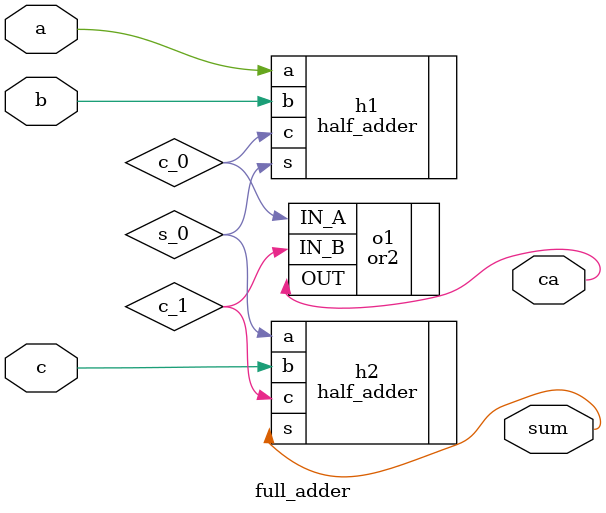
<source format=v>
`default_nettype none

module full_adder (
    input wire a,
    input wire b,
    input wire c,
    output wire sum,
    output wire ca
);
    wire s_0;
    wire c_0;
    wire c_1;

    half_adder h1(.a(a),
                .b(b),
                .s(s_0),
                .c(c_0)
    );

    half_adder h2(.a(s_0),
            .b(c),
            .s(sum),
            .c(c_1)
    );

    or2 o1(.IN_A(c_0),
            .IN_B(c_1),
            .OUT(ca)
    );

endmodule
</source>
